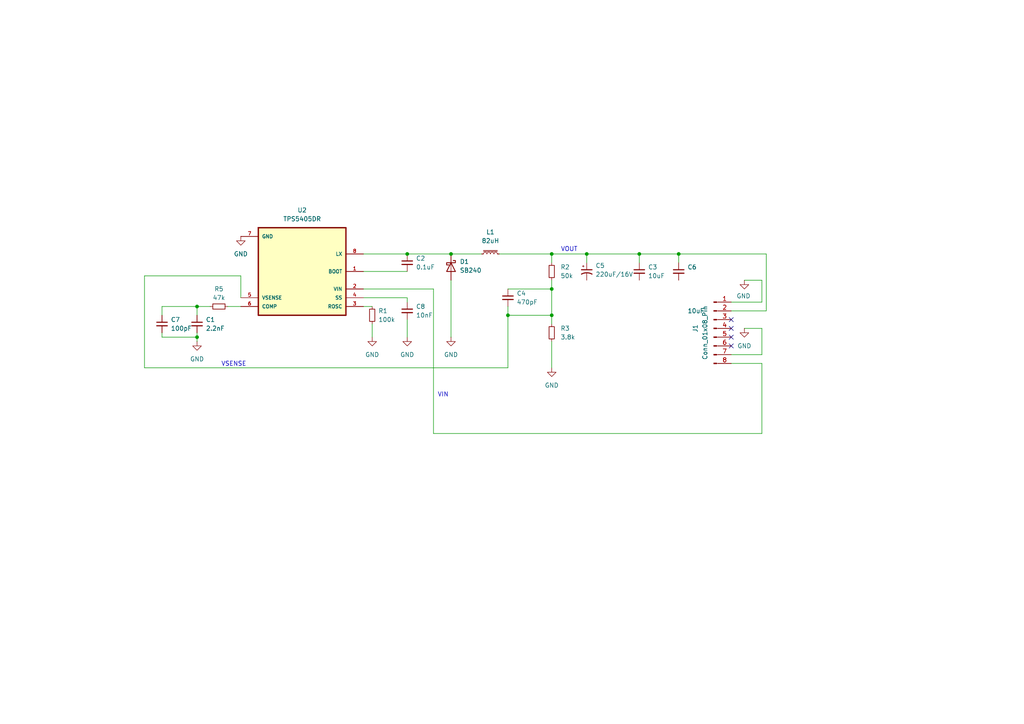
<source format=kicad_sch>
(kicad_sch (version 20231120) (generator "eeschema") (generator_version "8.0")
  (paper "A4")
  (lib_symbols
    (symbol "Connector:Conn_01x08_Pin" (pin_names (offset 1.016) hide)
      (property "Reference" "J" (at 0 10.16 0))
      (property "Value" "Conn_01x08_Pin" (at 0 -12.7 0))
      (symbol "Conn_01x08_Pin_1_1"
        (polyline (pts (xy 1.27 -10.16) (xy 0.8636 -10.16)) (stroke (width 0.1524)))
        (polyline (pts (xy 1.27 -7.62) (xy 0.8636 -7.62)) (stroke (width 0.1524)))
        (polyline (pts (xy 1.27 -5.08) (xy 0.8636 -5.08)) (stroke (width 0.1524)))
        (polyline (pts (xy 1.27 -2.54) (xy 0.8636 -2.54)) (stroke (width 0.1524)))
        (polyline (pts (xy 1.27 0) (xy 0.8636 0)) (stroke (width 0.1524)))
        (polyline (pts (xy 1.27 2.54) (xy 0.8636 2.54)) (stroke (width 0.1524)))
        (polyline (pts (xy 1.27 5.08) (xy 0.8636 5.08)) (stroke (width 0.1524)))
        (polyline (pts (xy 1.27 7.62) (xy 0.8636 7.62)) (stroke (width 0.1524)))
        (rectangle (start 0.8636 -10.033) (end 0 -10.287) (stroke (width 0.1524)) (fill (type outline)))
        (rectangle (start 0.8636 -7.493) (end 0 -7.747) (stroke (width 0.1524)) (fill (type outline)))
        (rectangle (start 0.8636 -4.953) (end 0 -5.207) (stroke (width 0.1524)) (fill (type outline)))
        (rectangle (start 0.8636 -2.413) (end 0 -2.667) (stroke (width 0.1524)) (fill (type outline)))
        (rectangle (start 0.8636 0.127) (end 0 -0.127) (stroke (width 0.1524)) (fill (type outline)))
        (rectangle (start 0.8636 2.667) (end 0 2.413) (stroke (width 0.1524)) (fill (type outline)))
        (rectangle (start 0.8636 5.207) (end 0 4.953) (stroke (width 0.1524)) (fill (type outline)))
        (rectangle (start 0.8636 7.747) (end 0 7.493) (stroke (width 0.1524)) (fill (type outline)))
        (pin passive line (at 5.08 7.62 180) (length 3.81) (name "Pin_1") (number "1"))
        (pin passive line (at 5.08 5.08 180) (length 3.81) (name "Pin_2") (number "2"))
        (pin passive line (at 5.08 2.54 180) (length 3.81) (name "Pin_3") (number "3"))
        (pin passive line (at 5.08 0 180) (length 3.81) (name "Pin_4") (number "4"))
        (pin passive line (at 5.08 -2.54 180) (length 3.81) (name "Pin_5") (number "5"))
        (pin passive line (at 5.08 -5.08 180) (length 3.81) (name "Pin_6") (number "6"))
        (pin passive line (at 5.08 -7.62 180) (length 3.81) (name "Pin_7") (number "7"))
        (pin passive line (at 5.08 -10.16 180) (length 3.81) (name "Pin_8") (number "8"))
      )
    )
    (symbol "Device:C_Polarized_Small_US" (pin_numbers hide) (pin_names (offset 0.254) hide)
      (property "Reference" "C" (at 0.254 1.778 0))
      (property "Value" "C_Polarized_Small_US" (at 0.254 -2.032 0))
      (symbol "C_Polarized_Small_US_0_1"
        (polyline (pts (xy -1.524 0.508) (xy 1.524 0.508)) (stroke (width 0.3048)))
        (polyline (pts (xy -1.27 1.524) (xy -0.762 1.524)))
        (polyline (pts (xy -1.016 1.27) (xy -1.016 1.778)))
        (arc (start 1.524 -0.762) (mid 0 -0.3734) (end -1.524 -0.762) (stroke (width 0.3048)))
      )
      (symbol "C_Polarized_Small_US_1_1"
        (pin passive line (at 0 2.54 270) (length 2.032) (name "~") (number "1"))
        (pin passive line (at 0 -2.54 90) (length 2.032) (name "~") (number "2"))
      )
    )
    (symbol "Device:C_Small" (pin_numbers hide) (pin_names (offset 0.254) hide)
      (property "Reference" "C" (at 0.254 1.778 0))
      (property "Value" "C_Small" (at 0.254 -2.032 0))
      (symbol "C_Small_0_1"
        (polyline (pts (xy -1.524 -0.508) (xy 1.524 -0.508)) (stroke (width 0.3302)))
        (polyline (pts (xy -1.524 0.508) (xy 1.524 0.508)) (stroke (width 0.3048)))
      )
      (symbol "C_Small_1_1"
        (pin passive line (at 0 2.54 270) (length 2.032) (name "~") (number "1"))
        (pin passive line (at 0 -2.54 90) (length 2.032) (name "~") (number "2"))
      )
    )
    (symbol "Device:D_Schottky" (pin_numbers hide) (pin_names (offset 1.016) hide)
      (property "Reference" "D" (at 0 2.54 0))
      (property "Value" "D_Schottky" (at 0 -2.54 0))
      (symbol "D_Schottky_0_1"
        (polyline (pts (xy 1.27 0) (xy -1.27 0)))
        (polyline (pts (xy 1.27 1.27) (xy 1.27 -1.27) (xy -1.27 0) (xy 1.27 1.27)) (stroke (width 0.254)))
        (polyline (pts (xy -1.905 0.635) (xy -1.905 1.27) (xy -1.27 1.27) (xy -1.27 -1.27) (xy -0.635 -1.27) (xy -0.635 -0.635)) (stroke (width 0.254)))
      )
      (symbol "D_Schottky_1_1"
        (pin passive line (at -3.81 0 0) (length 2.54) (name "K") (number "1"))
        (pin passive line (at 3.81 0 180) (length 2.54) (name "A") (number "2"))
      )
    )
    (symbol "Device:L_Iron_Small" (pin_numbers hide) (pin_names (offset 0.254) hide)
      (property "Reference" "L" (at 1.27 1.016 0))
      (property "Value" "L_Iron_Small" (at 1.27 -1.27 0))
      (symbol "L_Iron_Small_0_1"
        (arc (start 0 -2.032) (mid 0.5058 -1.524) (end 0 -1.016))
        (arc (start 0 -1.016) (mid 0.5058 -0.508) (end 0 0))
        (polyline (pts (xy 0.762 2.032) (xy 0.762 -2.032)))
        (polyline (pts (xy 1.016 -2.032) (xy 1.016 2.032)))
        (arc (start 0 0) (mid 0.5058 0.508) (end 0 1.016))
        (arc (start 0 1.016) (mid 0.5058 1.524) (end 0 2.032))
      )
      (symbol "L_Iron_Small_1_1"
        (pin passive line (at 0 2.54 270) (length 0.508) (name "~") (number "1"))
        (pin passive line (at 0 -2.54 90) (length 0.508) (name "~") (number "2"))
      )
    )
    (symbol "Device:R_Small" (pin_numbers hide) (pin_names (offset 0.254) hide)
      (property "Reference" "R" (at 0.762 0.508 0))
      (property "Value" "R_Small" (at 0.762 -1.016 0))
      (symbol "R_Small_0_1"
        (rectangle (start -0.762 1.778) (end 0.762 -1.778) (stroke (width 0.2032)))
      )
      (symbol "R_Small_1_1"
        (pin passive line (at 0 2.54 270) (length 0.762) (name "~") (number "1"))
        (pin passive line (at 0 -2.54 90) (length 0.762) (name "~") (number "2"))
      )
    )
    (symbol "TPS5405DR:TPS5405DR" (pin_names (offset 1.016))
      (property "Reference" "U" (at -12.7 13.7 0))
      (property "Value" "TPS5405DR" (at -12.7 -16.7 0))
      (symbol "TPS5405DR_0_0"
        (rectangle (start -12.7 -12.7) (end 12.7 12.7) (stroke (width 0.41)) (fill (type background)))
        (pin bidirectional line (at -17.78 0 0) (length 5.08) (name "BOOT") (number "1"))
        (pin input line (at -17.78 5.08 0) (length 5.08) (name "VIN") (number "2"))
        (pin input line (at -17.78 10.16 0) (length 5.08) (name "ROSC") (number "3"))
        (pin input line (at -17.78 7.62 0) (length 5.08) (name "SS") (number "4"))
        (pin output line (at 17.78 7.62 180) (length 5.08) (name "VSENSE") (number "5"))
        (pin output line (at 17.78 10.16 180) (length 5.08) (name "COMP") (number "6"))
        (pin power_in line (at 17.78 -10.16 180) (length 5.08) (name "GND") (number "7"))
        (pin bidirectional line (at -17.78 -5.08 0) (length 5.08) (name "LX") (number "8"))
      )
    )
    (symbol "power:GND" (power) (pin_numbers hide) (pin_names (offset 0) hide)
      (property "Value" "GND" (at 0 -3.81 0))
      (symbol "GND_0_1"
        (polyline (pts (xy 0 0) (xy 0 -1.27) (xy 1.27 -1.27) (xy 0 -2.54) (xy -1.27 -1.27) (xy 0 -1.27)))
      )
      (symbol "GND_1_1"
        (pin power_in line (at 0 0 270) (length 0) (name "~") (number "1"))
      )
    )
  )
  (junction (at 118.11 73.66))
  (junction (at 185.42 73.66))
  (junction (at 147.32 91.44))
  (junction (at 57.15 88.9))
  (junction (at 160.02 73.66))
  (junction (at 160.02 91.44))
  (junction (at 130.81 73.66))
  (junction (at 196.85 73.66))
  (junction (at 160.02 83.82))
  (junction (at 170.18 73.66))
  (junction (at 57.15 97.79))
  (no_connect (at 212.09 97.79))
  (no_connect (at 212.09 95.25))
  (no_connect (at 212.09 100.33))
  (no_connect (at 212.09 92.71))
  (wire (pts (xy 170.18 73.66) (xy 170.18 76.2)))
  (wire (pts (xy 118.11 86.36) (xy 118.11 87.63)))
  (wire (pts (xy 118.11 92.71) (xy 118.11 97.79)))
  (wire (pts (xy 69.85 80.01) (xy 69.85 86.36)))
  (wire (pts (xy 147.32 83.82) (xy 160.02 83.82)))
  (wire (pts (xy 130.81 97.79) (xy 130.81 81.28)))
  (wire (pts (xy 160.02 99.06) (xy 160.02 106.68)))
  (wire (pts (xy 220.98 95.25) (xy 220.98 102.87)))
  (wire (pts (xy 105.41 86.36) (xy 118.11 86.36)))
  (wire (pts (xy 118.11 73.66) (xy 130.81 73.66)))
  (wire (pts (xy 222.25 90.17) (xy 212.09 90.17)))
  (wire (pts (xy 185.42 73.66) (xy 185.42 76.2)))
  (wire (pts (xy 130.81 73.66) (xy 139.7 73.66)))
  (wire (pts (xy 46.99 97.79) (xy 57.15 97.79)))
  (wire (pts (xy 125.73 125.73) (xy 125.73 83.82)))
  (wire (pts (xy 41.91 80.01) (xy 41.91 106.68)))
  (wire (pts (xy 160.02 83.82) (xy 160.02 91.44)))
  (wire (pts (xy 215.9 95.25) (xy 220.98 95.25)))
  (wire (pts (xy 57.15 97.79) (xy 57.15 99.06)))
  (wire (pts (xy 220.98 81.28) (xy 215.9 81.28)))
  (wire (pts (xy 46.99 88.9) (xy 46.99 91.44)))
  (wire (pts (xy 196.85 73.66) (xy 222.25 73.66)))
  (wire (pts (xy 220.98 81.28) (xy 220.98 87.63)))
  (wire (pts (xy 212.09 87.63) (xy 220.98 87.63)))
  (wire (pts (xy 220.98 125.73) (xy 220.98 105.41)))
  (wire (pts (xy 147.32 106.68) (xy 147.32 91.44)))
  (wire (pts (xy 147.32 88.9) (xy 147.32 91.44)))
  (wire (pts (xy 41.91 106.68) (xy 147.32 106.68)))
  (wire (pts (xy 105.41 73.66) (xy 118.11 73.66)))
  (wire (pts (xy 105.41 88.9) (xy 107.95 88.9)))
  (wire (pts (xy 105.41 83.82) (xy 125.73 83.82)))
  (wire (pts (xy 185.42 73.66) (xy 170.18 73.66)))
  (wire (pts (xy 66.04 88.9) (xy 69.85 88.9)))
  (wire (pts (xy 196.85 73.66) (xy 185.42 73.66)))
  (wire (pts (xy 57.15 96.52) (xy 57.15 97.79)))
  (wire (pts (xy 69.85 80.01) (xy 41.91 80.01)))
  (wire (pts (xy 144.78 73.66) (xy 160.02 73.66)))
  (wire (pts (xy 160.02 73.66) (xy 160.02 76.2)))
  (wire (pts (xy 160.02 81.28) (xy 160.02 83.82)))
  (wire (pts (xy 160.02 91.44) (xy 147.32 91.44)))
  (wire (pts (xy 46.99 88.9) (xy 57.15 88.9)))
  (wire (pts (xy 46.99 96.52) (xy 46.99 97.79)))
  (wire (pts (xy 212.09 105.41) (xy 220.98 105.41)))
  (wire (pts (xy 222.25 73.66) (xy 222.25 90.17)))
  (wire (pts (xy 170.18 73.66) (xy 160.02 73.66)))
  (wire (pts (xy 196.85 73.66) (xy 196.85 76.2)))
  (wire (pts (xy 220.98 125.73) (xy 125.73 125.73)))
  (wire (pts (xy 160.02 91.44) (xy 160.02 93.98)))
  (wire (pts (xy 107.95 93.98) (xy 107.95 97.79)))
  (wire (pts (xy 57.15 88.9) (xy 57.15 91.44)))
  (wire (pts (xy 57.15 88.9) (xy 60.96 88.9)))
  (wire (pts (xy 212.09 102.87) (xy 220.98 102.87)))
  (wire (pts (xy 105.41 78.74) (xy 118.11 78.74)))
  (text "VSENSE" (at 67.818 105.664 0) (effects (font (size 1.27 1.27))))
  (text "VOUT" (at 165.1 72.39 0) (effects (font (size 1.27 1.27))))
  (text "VIN" (at 128.524 114.554 0) (effects (font (size 1.27 1.27))))
  (symbol (lib_id "Connector:Conn_01x08_Pin") (at 207.01 95.25 0) (unit 1)
    (property "Reference" "J1" (at 201.676 95.25 90))
    (property "Value" "Conn_01x08_Pin" (at 204.47 96.52 90))
    (property "Footprint" "Connector_PinHeader_2.54mm:PinHeader_1x07_P2.54mm_Vertical_SMD_Pin1Left" (effects (hide yes)))
    (property "Description" "Generic connector, single row, 01x08, script generated" (effects (hide yes)))
  )
  (symbol (lib_id "Device:R_Small") (at 160.02 78.74 0) (unit 1)
    (property "Reference" "R2" (at 162.56 77.4699 0) (effects (justify left)))
    (property "Value" "50k" (at 162.56 80.0099 0) (effects (justify left)))
    (property "Footprint" "Resistor_SMD:R_0402_1005Metric" (effects (hide yes)))
    (property "Description" "Resistor, small symbol" (effects (hide yes)))
  )
  (symbol (lib_id "Device:R_Small") (at 107.95 91.44 180) (unit 1)
    (property "Reference" "R1" (at 109.728 90.17 0) (effects (justify right)))
    (property "Value" "100k" (at 109.728 92.71 0) (effects (justify right)))
    (property "Footprint" "Resistor_SMD:R_0402_1005Metric" (effects (hide yes)))
    (property "Description" "Resistor, small symbol" (effects (hide yes)))
  )
  (symbol (lib_id "power:GND") (at 118.11 97.79 0) (unit 1)
    (property "Reference" "#PWR07" (effects (hide yes)))
    (property "Value" "GND" (at 118.11 102.87 0))
    (property "Description" "Power symbol creates a global label with name \"GND\" , ground" (effects (hide yes)))
  )
  (symbol (lib_id "Device:C_Small") (at 196.85 78.74 0) (unit 1)
    (property "Reference" "C6" (at 199.39 77.4762 0) (effects (justify left)))
    (property "Value" "10uF" (at 199.39 90.1762 0) (effects (justify left)))
    (property "Footprint" "Capacitor_SMD:C_0402_1005Metric" (effects (hide yes)))
    (property "Description" "Unpolarized capacitor, small symbol" (effects (hide yes)))
  )
  (symbol (lib_id "Device:C_Small") (at 57.15 93.98 0) (unit 1)
    (property "Reference" "C1" (at 59.69 92.7162 0) (effects (justify left)))
    (property "Value" "2.2nF" (at 59.69 95.2562 0) (effects (justify left)))
    (property "Footprint" "Capacitor_SMD:C_0402_1005Metric" (effects (hide yes)))
    (property "Description" "Unpolarized capacitor, small symbol" (effects (hide yes)))
  )
  (symbol (lib_id "Device:C_Small") (at 147.32 86.36 0) (unit 1)
    (property "Reference" "C4" (at 149.86 85.0962 0) (effects (justify left)))
    (property "Value" "470pF" (at 149.86 87.6362 0) (effects (justify left)))
    (property "Footprint" "Capacitor_SMD:C_0402_1005Metric" (effects (hide yes)))
    (property "Description" "Unpolarized capacitor, small symbol" (effects (hide yes)))
  )
  (symbol (lib_id "Device:C_Small") (at 118.11 76.2 0) (unit 1)
    (property "Reference" "C2" (at 120.65 74.9362 0) (effects (justify left)))
    (property "Value" "0.1uF" (at 120.65 77.4762 0) (effects (justify left)))
    (property "Footprint" "Capacitor_SMD:C_0402_1005Metric" (effects (hide yes)))
    (property "Description" "Unpolarized capacitor, small symbol [ceramic]" (effects (hide yes)))
  )
  (symbol (lib_id "Device:D_Schottky") (at 130.81 77.47 270) (unit 1)
    (property "Reference" "D1" (at 133.35 75.8824 90) (effects (justify left)))
    (property "Value" "SB240" (at 133.35 78.4224 90) (effects (justify left)))
    (property "Footprint" "Diode_SMD:D_0402_1005Metric" (effects (hide yes)))
    (property "Description" "Schottky diode" (effects (hide yes)))
  )
  (symbol (lib_id "Device:C_Small") (at 46.99 93.98 0) (unit 1)
    (property "Reference" "C7" (at 49.53 92.7162 0) (effects (justify left)))
    (property "Value" "100pF" (at 49.53 95.2562 0) (effects (justify left)))
    (property "Footprint" "Capacitor_SMD:C_0402_1005Metric" (effects (hide yes)))
    (property "Description" "Unpolarized capacitor, small symbol" (effects (hide yes)))
  )
  (symbol (lib_id "power:GND") (at 130.81 97.79 0) (unit 1)
    (property "Reference" "#PWR05" (effects (hide yes)))
    (property "Value" "GND" (at 130.81 102.87 0))
    (property "Description" "Power symbol creates a global label with name \"GND\" , ground" (effects (hide yes)))
  )
  (symbol (lib_id "Device:L_Iron_Small") (at 142.24 73.66 90) (unit 1)
    (property "Reference" "L1" (at 142.24 67.31 90))
    (property "Value" "82uH" (at 142.24 69.85 90))
    (property "Footprint" "Custom:IND_BOURNS_SDR0302" (effects (hide yes)))
    (property "Description" "Inductor with iron core, small symbol" (effects (hide yes)))
  )
  (symbol (lib_id "power:GND") (at 160.02 106.68 0) (unit 1)
    (property "Reference" "#PWR06" (effects (hide yes)))
    (property "Value" "GND" (at 160.02 111.76 0))
    (property "Description" "Power symbol creates a global label with name \"GND\" , ground" (effects (hide yes)))
  )
  (symbol (lib_id "power:GND") (at 69.85 68.58 0) (unit 1)
    (property "Reference" "#PWR04" (effects (hide yes)))
    (property "Value" "GND" (at 69.85 73.66 0))
    (property "Description" "Power symbol creates a global label with name \"GND\" , ground" (effects (hide yes)))
  )
  (symbol (lib_id "power:GND") (at 57.15 99.06 0) (unit 1)
    (property "Reference" "#PWR01" (effects (hide yes)))
    (property "Value" "GND" (at 57.15 104.14 0))
    (property "Description" "Power symbol creates a global label with name \"GND\" , ground" (effects (hide yes)))
  )
  (symbol (lib_id "power:GND") (at 215.9 95.25 0) (unit 1)
    (property "Reference" "#PWR09" (effects (hide yes)))
    (property "Value" "GND" (at 215.9 100.33 0))
    (property "Description" "Power symbol creates a global label with name \"GND\" , ground" (effects (hide yes)))
  )
  (symbol (lib_id "Device:R_Small") (at 160.02 96.52 0) (unit 1)
    (property "Reference" "R3" (at 162.56 95.2499 0) (effects (justify left)))
    (property "Value" "3.8k" (at 162.56 97.7899 0) (effects (justify left)))
    (property "Footprint" "Resistor_SMD:R_0402_1005Metric" (effects (hide yes)))
    (property "Description" "Resistor, small symbol" (effects (hide yes)))
  )
  (symbol (lib_id "Device:R_Small") (at 63.5 88.9 90) (unit 1)
    (property "Reference" "R5" (at 63.5 83.82 90))
    (property "Value" "47k" (at 63.5 86.36 90))
    (property "Footprint" "Resistor_SMD:R_0402_1005Metric" (effects (hide yes)))
    (property "Description" "Resistor, small symbol" (effects (hide yes)))
  )
  (symbol (lib_id "Device:C_Small") (at 185.42 78.74 0) (unit 1)
    (property "Reference" "C3" (at 187.96 77.4762 0) (effects (justify left)))
    (property "Value" "10uF" (at 187.96 80.0162 0) (effects (justify left)))
    (property "Footprint" "Capacitor_SMD:C_0402_1005Metric" (effects (hide yes)))
    (property "Description" "Unpolarized capacitor, small symbol" (effects (hide yes)))
  )
  (symbol (lib_id "power:GND") (at 107.95 97.79 0) (unit 1)
    (property "Reference" "#PWR08" (effects (hide yes)))
    (property "Value" "GND" (at 107.95 102.87 0))
    (property "Description" "Power symbol creates a global label with name \"GND\" , ground" (effects (hide yes)))
  )
  (symbol (lib_id "Device:C_Small") (at 118.11 90.17 0) (unit 1)
    (property "Reference" "C8" (at 120.65 88.9062 0) (effects (justify left)))
    (property "Value" "10nF" (at 120.65 91.4462 0) (effects (justify left)))
    (property "Footprint" "Capacitor_SMD:C_0402_1005Metric" (effects (hide yes)))
    (property "Description" "Unpolarized capacitor, small symbol [ceramic]" (effects (hide yes)))
  )
  (symbol (lib_id "Device:C_Polarized_Small_US") (at 170.18 78.74 0) (unit 1)
    (property "Reference" "C5" (at 172.72 77.0381 0) (effects (justify left)))
    (property "Value" "220uF/16V" (at 172.72 79.5781 0) (effects (justify left)))
    (property "Footprint" "Capacitor_SMD:CP_Elec_5x3" (effects (hide yes)))
    (property "Description" "Polarized capacitor, small US symbol" (effects (hide yes)))
  )
  (symbol (lib_id "TPS5405DR:TPS5405DR") (at 87.63 78.74 180) (unit 1)
    (property "Reference" "U2" (at 87.63 60.96 0))
    (property "Value" "TPS5405DR" (at 87.63 63.5 0))
    (property "Footprint" "TPS5405DR:SOIC127P599X175-8N" (effects (hide yes)))
  )
  (symbol (lib_id "power:GND") (at 215.9 81.28 0) (unit 1)
    (property "Reference" "#PWR03" (effects (hide yes)))
    (property "Value" "GND" (at 215.646 85.852 0))
    (property "Description" "Power symbol creates a global label with name \"GND\" , ground" (effects (hide yes)))
  )
)
</source>
